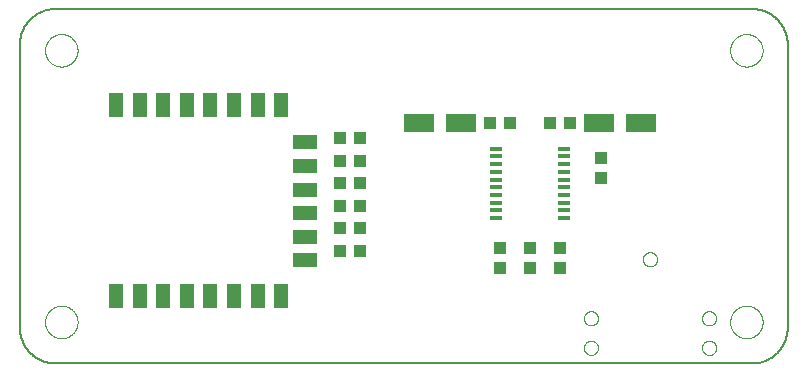
<source format=gtp>
G75*
%MOIN*%
%OFA0B0*%
%FSLAX25Y25*%
%IPPOS*%
%LPD*%
%AMOC8*
5,1,8,0,0,1.08239X$1,22.5*
%
%ADD10C,0.00500*%
%ADD11C,0.00000*%
%ADD12R,0.03900X0.01200*%
%ADD13R,0.04724X0.07874*%
%ADD14R,0.07874X0.04724*%
%ADD15R,0.03937X0.04331*%
%ADD16R,0.04331X0.03937*%
%ADD17R,0.10236X0.06299*%
D10*
X0016811Y0011991D02*
X0249094Y0011991D01*
X0249379Y0011994D01*
X0249665Y0012005D01*
X0249950Y0012022D01*
X0250234Y0012046D01*
X0250518Y0012077D01*
X0250801Y0012115D01*
X0251082Y0012160D01*
X0251363Y0012211D01*
X0251643Y0012269D01*
X0251921Y0012334D01*
X0252197Y0012406D01*
X0252471Y0012484D01*
X0252744Y0012569D01*
X0253014Y0012661D01*
X0253282Y0012759D01*
X0253548Y0012863D01*
X0253811Y0012974D01*
X0254071Y0013091D01*
X0254329Y0013214D01*
X0254583Y0013344D01*
X0254834Y0013480D01*
X0255082Y0013621D01*
X0255326Y0013769D01*
X0255567Y0013922D01*
X0255803Y0014082D01*
X0256036Y0014247D01*
X0256265Y0014417D01*
X0256490Y0014593D01*
X0256710Y0014775D01*
X0256926Y0014961D01*
X0257137Y0015153D01*
X0257344Y0015350D01*
X0257546Y0015552D01*
X0257743Y0015759D01*
X0257935Y0015970D01*
X0258121Y0016186D01*
X0258303Y0016406D01*
X0258479Y0016631D01*
X0258649Y0016860D01*
X0258814Y0017093D01*
X0258974Y0017329D01*
X0259127Y0017570D01*
X0259275Y0017814D01*
X0259416Y0018062D01*
X0259552Y0018313D01*
X0259682Y0018567D01*
X0259805Y0018825D01*
X0259922Y0019085D01*
X0260033Y0019348D01*
X0260137Y0019614D01*
X0260235Y0019882D01*
X0260327Y0020152D01*
X0260412Y0020425D01*
X0260490Y0020699D01*
X0260562Y0020975D01*
X0260627Y0021253D01*
X0260685Y0021533D01*
X0260736Y0021814D01*
X0260781Y0022095D01*
X0260819Y0022378D01*
X0260850Y0022662D01*
X0260874Y0022946D01*
X0260891Y0023231D01*
X0260902Y0023517D01*
X0260905Y0023802D01*
X0260906Y0023802D02*
X0260906Y0118290D01*
X0260905Y0118290D02*
X0260902Y0118575D01*
X0260891Y0118861D01*
X0260874Y0119146D01*
X0260850Y0119430D01*
X0260819Y0119714D01*
X0260781Y0119997D01*
X0260736Y0120278D01*
X0260685Y0120559D01*
X0260627Y0120839D01*
X0260562Y0121117D01*
X0260490Y0121393D01*
X0260412Y0121667D01*
X0260327Y0121940D01*
X0260235Y0122210D01*
X0260137Y0122478D01*
X0260033Y0122744D01*
X0259922Y0123007D01*
X0259805Y0123267D01*
X0259682Y0123525D01*
X0259552Y0123779D01*
X0259416Y0124030D01*
X0259275Y0124278D01*
X0259127Y0124522D01*
X0258974Y0124763D01*
X0258814Y0124999D01*
X0258649Y0125232D01*
X0258479Y0125461D01*
X0258303Y0125686D01*
X0258121Y0125906D01*
X0257935Y0126122D01*
X0257743Y0126333D01*
X0257546Y0126540D01*
X0257344Y0126742D01*
X0257137Y0126939D01*
X0256926Y0127131D01*
X0256710Y0127317D01*
X0256490Y0127499D01*
X0256265Y0127675D01*
X0256036Y0127845D01*
X0255803Y0128010D01*
X0255567Y0128170D01*
X0255326Y0128323D01*
X0255082Y0128471D01*
X0254834Y0128612D01*
X0254583Y0128748D01*
X0254329Y0128878D01*
X0254071Y0129001D01*
X0253811Y0129118D01*
X0253548Y0129229D01*
X0253282Y0129333D01*
X0253014Y0129431D01*
X0252744Y0129523D01*
X0252471Y0129608D01*
X0252197Y0129686D01*
X0251921Y0129758D01*
X0251643Y0129823D01*
X0251363Y0129881D01*
X0251082Y0129932D01*
X0250801Y0129977D01*
X0250518Y0130015D01*
X0250234Y0130046D01*
X0249950Y0130070D01*
X0249665Y0130087D01*
X0249379Y0130098D01*
X0249094Y0130101D01*
X0016811Y0130101D01*
X0016526Y0130098D01*
X0016240Y0130087D01*
X0015955Y0130070D01*
X0015671Y0130046D01*
X0015387Y0130015D01*
X0015104Y0129977D01*
X0014823Y0129932D01*
X0014542Y0129881D01*
X0014262Y0129823D01*
X0013984Y0129758D01*
X0013708Y0129686D01*
X0013434Y0129608D01*
X0013161Y0129523D01*
X0012891Y0129431D01*
X0012623Y0129333D01*
X0012357Y0129229D01*
X0012094Y0129118D01*
X0011834Y0129001D01*
X0011576Y0128878D01*
X0011322Y0128748D01*
X0011071Y0128612D01*
X0010823Y0128471D01*
X0010579Y0128323D01*
X0010338Y0128170D01*
X0010102Y0128010D01*
X0009869Y0127845D01*
X0009640Y0127675D01*
X0009415Y0127499D01*
X0009195Y0127317D01*
X0008979Y0127131D01*
X0008768Y0126939D01*
X0008561Y0126742D01*
X0008359Y0126540D01*
X0008162Y0126333D01*
X0007970Y0126122D01*
X0007784Y0125906D01*
X0007602Y0125686D01*
X0007426Y0125461D01*
X0007256Y0125232D01*
X0007091Y0124999D01*
X0006931Y0124763D01*
X0006778Y0124522D01*
X0006630Y0124278D01*
X0006489Y0124030D01*
X0006353Y0123779D01*
X0006223Y0123525D01*
X0006100Y0123267D01*
X0005983Y0123007D01*
X0005872Y0122744D01*
X0005768Y0122478D01*
X0005670Y0122210D01*
X0005578Y0121940D01*
X0005493Y0121667D01*
X0005415Y0121393D01*
X0005343Y0121117D01*
X0005278Y0120839D01*
X0005220Y0120559D01*
X0005169Y0120278D01*
X0005124Y0119997D01*
X0005086Y0119714D01*
X0005055Y0119430D01*
X0005031Y0119146D01*
X0005014Y0118861D01*
X0005003Y0118575D01*
X0005000Y0118290D01*
X0005000Y0023802D01*
X0005003Y0023517D01*
X0005014Y0023231D01*
X0005031Y0022946D01*
X0005055Y0022662D01*
X0005086Y0022378D01*
X0005124Y0022095D01*
X0005169Y0021814D01*
X0005220Y0021533D01*
X0005278Y0021253D01*
X0005343Y0020975D01*
X0005415Y0020699D01*
X0005493Y0020425D01*
X0005578Y0020152D01*
X0005670Y0019882D01*
X0005768Y0019614D01*
X0005872Y0019348D01*
X0005983Y0019085D01*
X0006100Y0018825D01*
X0006223Y0018567D01*
X0006353Y0018313D01*
X0006489Y0018062D01*
X0006630Y0017814D01*
X0006778Y0017570D01*
X0006931Y0017329D01*
X0007091Y0017093D01*
X0007256Y0016860D01*
X0007426Y0016631D01*
X0007602Y0016406D01*
X0007784Y0016186D01*
X0007970Y0015970D01*
X0008162Y0015759D01*
X0008359Y0015552D01*
X0008561Y0015350D01*
X0008768Y0015153D01*
X0008979Y0014961D01*
X0009195Y0014775D01*
X0009415Y0014593D01*
X0009640Y0014417D01*
X0009869Y0014247D01*
X0010102Y0014082D01*
X0010338Y0013922D01*
X0010579Y0013769D01*
X0010823Y0013621D01*
X0011071Y0013480D01*
X0011322Y0013344D01*
X0011576Y0013214D01*
X0011834Y0013091D01*
X0012094Y0012974D01*
X0012357Y0012863D01*
X0012623Y0012759D01*
X0012891Y0012661D01*
X0013161Y0012569D01*
X0013434Y0012484D01*
X0013708Y0012406D01*
X0013984Y0012334D01*
X0014262Y0012269D01*
X0014542Y0012211D01*
X0014823Y0012160D01*
X0015104Y0012115D01*
X0015387Y0012077D01*
X0015671Y0012046D01*
X0015955Y0012022D01*
X0016240Y0012005D01*
X0016526Y0011994D01*
X0016811Y0011991D01*
D11*
X0013367Y0025770D02*
X0013369Y0025917D01*
X0013375Y0026063D01*
X0013385Y0026209D01*
X0013399Y0026355D01*
X0013417Y0026501D01*
X0013438Y0026646D01*
X0013464Y0026790D01*
X0013494Y0026934D01*
X0013527Y0027076D01*
X0013564Y0027218D01*
X0013605Y0027359D01*
X0013650Y0027498D01*
X0013699Y0027637D01*
X0013751Y0027774D01*
X0013808Y0027909D01*
X0013867Y0028043D01*
X0013931Y0028175D01*
X0013998Y0028305D01*
X0014068Y0028434D01*
X0014142Y0028561D01*
X0014219Y0028685D01*
X0014300Y0028808D01*
X0014384Y0028928D01*
X0014471Y0029046D01*
X0014561Y0029161D01*
X0014654Y0029274D01*
X0014751Y0029385D01*
X0014850Y0029493D01*
X0014952Y0029598D01*
X0015057Y0029700D01*
X0015165Y0029799D01*
X0015276Y0029896D01*
X0015389Y0029989D01*
X0015504Y0030079D01*
X0015622Y0030166D01*
X0015742Y0030250D01*
X0015865Y0030331D01*
X0015989Y0030408D01*
X0016116Y0030482D01*
X0016245Y0030552D01*
X0016375Y0030619D01*
X0016507Y0030683D01*
X0016641Y0030742D01*
X0016776Y0030799D01*
X0016913Y0030851D01*
X0017052Y0030900D01*
X0017191Y0030945D01*
X0017332Y0030986D01*
X0017474Y0031023D01*
X0017616Y0031056D01*
X0017760Y0031086D01*
X0017904Y0031112D01*
X0018049Y0031133D01*
X0018195Y0031151D01*
X0018341Y0031165D01*
X0018487Y0031175D01*
X0018633Y0031181D01*
X0018780Y0031183D01*
X0018927Y0031181D01*
X0019073Y0031175D01*
X0019219Y0031165D01*
X0019365Y0031151D01*
X0019511Y0031133D01*
X0019656Y0031112D01*
X0019800Y0031086D01*
X0019944Y0031056D01*
X0020086Y0031023D01*
X0020228Y0030986D01*
X0020369Y0030945D01*
X0020508Y0030900D01*
X0020647Y0030851D01*
X0020784Y0030799D01*
X0020919Y0030742D01*
X0021053Y0030683D01*
X0021185Y0030619D01*
X0021315Y0030552D01*
X0021444Y0030482D01*
X0021571Y0030408D01*
X0021695Y0030331D01*
X0021818Y0030250D01*
X0021938Y0030166D01*
X0022056Y0030079D01*
X0022171Y0029989D01*
X0022284Y0029896D01*
X0022395Y0029799D01*
X0022503Y0029700D01*
X0022608Y0029598D01*
X0022710Y0029493D01*
X0022809Y0029385D01*
X0022906Y0029274D01*
X0022999Y0029161D01*
X0023089Y0029046D01*
X0023176Y0028928D01*
X0023260Y0028808D01*
X0023341Y0028685D01*
X0023418Y0028561D01*
X0023492Y0028434D01*
X0023562Y0028305D01*
X0023629Y0028175D01*
X0023693Y0028043D01*
X0023752Y0027909D01*
X0023809Y0027774D01*
X0023861Y0027637D01*
X0023910Y0027498D01*
X0023955Y0027359D01*
X0023996Y0027218D01*
X0024033Y0027076D01*
X0024066Y0026934D01*
X0024096Y0026790D01*
X0024122Y0026646D01*
X0024143Y0026501D01*
X0024161Y0026355D01*
X0024175Y0026209D01*
X0024185Y0026063D01*
X0024191Y0025917D01*
X0024193Y0025770D01*
X0024191Y0025623D01*
X0024185Y0025477D01*
X0024175Y0025331D01*
X0024161Y0025185D01*
X0024143Y0025039D01*
X0024122Y0024894D01*
X0024096Y0024750D01*
X0024066Y0024606D01*
X0024033Y0024464D01*
X0023996Y0024322D01*
X0023955Y0024181D01*
X0023910Y0024042D01*
X0023861Y0023903D01*
X0023809Y0023766D01*
X0023752Y0023631D01*
X0023693Y0023497D01*
X0023629Y0023365D01*
X0023562Y0023235D01*
X0023492Y0023106D01*
X0023418Y0022979D01*
X0023341Y0022855D01*
X0023260Y0022732D01*
X0023176Y0022612D01*
X0023089Y0022494D01*
X0022999Y0022379D01*
X0022906Y0022266D01*
X0022809Y0022155D01*
X0022710Y0022047D01*
X0022608Y0021942D01*
X0022503Y0021840D01*
X0022395Y0021741D01*
X0022284Y0021644D01*
X0022171Y0021551D01*
X0022056Y0021461D01*
X0021938Y0021374D01*
X0021818Y0021290D01*
X0021695Y0021209D01*
X0021571Y0021132D01*
X0021444Y0021058D01*
X0021315Y0020988D01*
X0021185Y0020921D01*
X0021053Y0020857D01*
X0020919Y0020798D01*
X0020784Y0020741D01*
X0020647Y0020689D01*
X0020508Y0020640D01*
X0020369Y0020595D01*
X0020228Y0020554D01*
X0020086Y0020517D01*
X0019944Y0020484D01*
X0019800Y0020454D01*
X0019656Y0020428D01*
X0019511Y0020407D01*
X0019365Y0020389D01*
X0019219Y0020375D01*
X0019073Y0020365D01*
X0018927Y0020359D01*
X0018780Y0020357D01*
X0018633Y0020359D01*
X0018487Y0020365D01*
X0018341Y0020375D01*
X0018195Y0020389D01*
X0018049Y0020407D01*
X0017904Y0020428D01*
X0017760Y0020454D01*
X0017616Y0020484D01*
X0017474Y0020517D01*
X0017332Y0020554D01*
X0017191Y0020595D01*
X0017052Y0020640D01*
X0016913Y0020689D01*
X0016776Y0020741D01*
X0016641Y0020798D01*
X0016507Y0020857D01*
X0016375Y0020921D01*
X0016245Y0020988D01*
X0016116Y0021058D01*
X0015989Y0021132D01*
X0015865Y0021209D01*
X0015742Y0021290D01*
X0015622Y0021374D01*
X0015504Y0021461D01*
X0015389Y0021551D01*
X0015276Y0021644D01*
X0015165Y0021741D01*
X0015057Y0021840D01*
X0014952Y0021942D01*
X0014850Y0022047D01*
X0014751Y0022155D01*
X0014654Y0022266D01*
X0014561Y0022379D01*
X0014471Y0022494D01*
X0014384Y0022612D01*
X0014300Y0022732D01*
X0014219Y0022855D01*
X0014142Y0022979D01*
X0014068Y0023106D01*
X0013998Y0023235D01*
X0013931Y0023365D01*
X0013867Y0023497D01*
X0013808Y0023631D01*
X0013751Y0023766D01*
X0013699Y0023903D01*
X0013650Y0024042D01*
X0013605Y0024181D01*
X0013564Y0024322D01*
X0013527Y0024464D01*
X0013494Y0024606D01*
X0013464Y0024750D01*
X0013438Y0024894D01*
X0013417Y0025039D01*
X0013399Y0025185D01*
X0013385Y0025331D01*
X0013375Y0025477D01*
X0013369Y0025623D01*
X0013367Y0025770D01*
X0013367Y0116321D02*
X0013369Y0116468D01*
X0013375Y0116614D01*
X0013385Y0116760D01*
X0013399Y0116906D01*
X0013417Y0117052D01*
X0013438Y0117197D01*
X0013464Y0117341D01*
X0013494Y0117485D01*
X0013527Y0117627D01*
X0013564Y0117769D01*
X0013605Y0117910D01*
X0013650Y0118049D01*
X0013699Y0118188D01*
X0013751Y0118325D01*
X0013808Y0118460D01*
X0013867Y0118594D01*
X0013931Y0118726D01*
X0013998Y0118856D01*
X0014068Y0118985D01*
X0014142Y0119112D01*
X0014219Y0119236D01*
X0014300Y0119359D01*
X0014384Y0119479D01*
X0014471Y0119597D01*
X0014561Y0119712D01*
X0014654Y0119825D01*
X0014751Y0119936D01*
X0014850Y0120044D01*
X0014952Y0120149D01*
X0015057Y0120251D01*
X0015165Y0120350D01*
X0015276Y0120447D01*
X0015389Y0120540D01*
X0015504Y0120630D01*
X0015622Y0120717D01*
X0015742Y0120801D01*
X0015865Y0120882D01*
X0015989Y0120959D01*
X0016116Y0121033D01*
X0016245Y0121103D01*
X0016375Y0121170D01*
X0016507Y0121234D01*
X0016641Y0121293D01*
X0016776Y0121350D01*
X0016913Y0121402D01*
X0017052Y0121451D01*
X0017191Y0121496D01*
X0017332Y0121537D01*
X0017474Y0121574D01*
X0017616Y0121607D01*
X0017760Y0121637D01*
X0017904Y0121663D01*
X0018049Y0121684D01*
X0018195Y0121702D01*
X0018341Y0121716D01*
X0018487Y0121726D01*
X0018633Y0121732D01*
X0018780Y0121734D01*
X0018927Y0121732D01*
X0019073Y0121726D01*
X0019219Y0121716D01*
X0019365Y0121702D01*
X0019511Y0121684D01*
X0019656Y0121663D01*
X0019800Y0121637D01*
X0019944Y0121607D01*
X0020086Y0121574D01*
X0020228Y0121537D01*
X0020369Y0121496D01*
X0020508Y0121451D01*
X0020647Y0121402D01*
X0020784Y0121350D01*
X0020919Y0121293D01*
X0021053Y0121234D01*
X0021185Y0121170D01*
X0021315Y0121103D01*
X0021444Y0121033D01*
X0021571Y0120959D01*
X0021695Y0120882D01*
X0021818Y0120801D01*
X0021938Y0120717D01*
X0022056Y0120630D01*
X0022171Y0120540D01*
X0022284Y0120447D01*
X0022395Y0120350D01*
X0022503Y0120251D01*
X0022608Y0120149D01*
X0022710Y0120044D01*
X0022809Y0119936D01*
X0022906Y0119825D01*
X0022999Y0119712D01*
X0023089Y0119597D01*
X0023176Y0119479D01*
X0023260Y0119359D01*
X0023341Y0119236D01*
X0023418Y0119112D01*
X0023492Y0118985D01*
X0023562Y0118856D01*
X0023629Y0118726D01*
X0023693Y0118594D01*
X0023752Y0118460D01*
X0023809Y0118325D01*
X0023861Y0118188D01*
X0023910Y0118049D01*
X0023955Y0117910D01*
X0023996Y0117769D01*
X0024033Y0117627D01*
X0024066Y0117485D01*
X0024096Y0117341D01*
X0024122Y0117197D01*
X0024143Y0117052D01*
X0024161Y0116906D01*
X0024175Y0116760D01*
X0024185Y0116614D01*
X0024191Y0116468D01*
X0024193Y0116321D01*
X0024191Y0116174D01*
X0024185Y0116028D01*
X0024175Y0115882D01*
X0024161Y0115736D01*
X0024143Y0115590D01*
X0024122Y0115445D01*
X0024096Y0115301D01*
X0024066Y0115157D01*
X0024033Y0115015D01*
X0023996Y0114873D01*
X0023955Y0114732D01*
X0023910Y0114593D01*
X0023861Y0114454D01*
X0023809Y0114317D01*
X0023752Y0114182D01*
X0023693Y0114048D01*
X0023629Y0113916D01*
X0023562Y0113786D01*
X0023492Y0113657D01*
X0023418Y0113530D01*
X0023341Y0113406D01*
X0023260Y0113283D01*
X0023176Y0113163D01*
X0023089Y0113045D01*
X0022999Y0112930D01*
X0022906Y0112817D01*
X0022809Y0112706D01*
X0022710Y0112598D01*
X0022608Y0112493D01*
X0022503Y0112391D01*
X0022395Y0112292D01*
X0022284Y0112195D01*
X0022171Y0112102D01*
X0022056Y0112012D01*
X0021938Y0111925D01*
X0021818Y0111841D01*
X0021695Y0111760D01*
X0021571Y0111683D01*
X0021444Y0111609D01*
X0021315Y0111539D01*
X0021185Y0111472D01*
X0021053Y0111408D01*
X0020919Y0111349D01*
X0020784Y0111292D01*
X0020647Y0111240D01*
X0020508Y0111191D01*
X0020369Y0111146D01*
X0020228Y0111105D01*
X0020086Y0111068D01*
X0019944Y0111035D01*
X0019800Y0111005D01*
X0019656Y0110979D01*
X0019511Y0110958D01*
X0019365Y0110940D01*
X0019219Y0110926D01*
X0019073Y0110916D01*
X0018927Y0110910D01*
X0018780Y0110908D01*
X0018633Y0110910D01*
X0018487Y0110916D01*
X0018341Y0110926D01*
X0018195Y0110940D01*
X0018049Y0110958D01*
X0017904Y0110979D01*
X0017760Y0111005D01*
X0017616Y0111035D01*
X0017474Y0111068D01*
X0017332Y0111105D01*
X0017191Y0111146D01*
X0017052Y0111191D01*
X0016913Y0111240D01*
X0016776Y0111292D01*
X0016641Y0111349D01*
X0016507Y0111408D01*
X0016375Y0111472D01*
X0016245Y0111539D01*
X0016116Y0111609D01*
X0015989Y0111683D01*
X0015865Y0111760D01*
X0015742Y0111841D01*
X0015622Y0111925D01*
X0015504Y0112012D01*
X0015389Y0112102D01*
X0015276Y0112195D01*
X0015165Y0112292D01*
X0015057Y0112391D01*
X0014952Y0112493D01*
X0014850Y0112598D01*
X0014751Y0112706D01*
X0014654Y0112817D01*
X0014561Y0112930D01*
X0014471Y0113045D01*
X0014384Y0113163D01*
X0014300Y0113283D01*
X0014219Y0113406D01*
X0014142Y0113530D01*
X0014068Y0113657D01*
X0013998Y0113786D01*
X0013931Y0113916D01*
X0013867Y0114048D01*
X0013808Y0114182D01*
X0013751Y0114317D01*
X0013699Y0114454D01*
X0013650Y0114593D01*
X0013605Y0114732D01*
X0013564Y0114873D01*
X0013527Y0115015D01*
X0013494Y0115157D01*
X0013464Y0115301D01*
X0013438Y0115445D01*
X0013417Y0115590D01*
X0013399Y0115736D01*
X0013385Y0115882D01*
X0013375Y0116028D01*
X0013369Y0116174D01*
X0013367Y0116321D01*
X0192953Y0026991D02*
X0192955Y0027088D01*
X0192961Y0027185D01*
X0192971Y0027281D01*
X0192985Y0027377D01*
X0193003Y0027473D01*
X0193024Y0027567D01*
X0193050Y0027661D01*
X0193079Y0027753D01*
X0193113Y0027844D01*
X0193149Y0027934D01*
X0193190Y0028022D01*
X0193234Y0028108D01*
X0193282Y0028193D01*
X0193333Y0028275D01*
X0193387Y0028356D01*
X0193445Y0028434D01*
X0193506Y0028509D01*
X0193569Y0028582D01*
X0193636Y0028653D01*
X0193706Y0028720D01*
X0193778Y0028785D01*
X0193853Y0028846D01*
X0193931Y0028905D01*
X0194010Y0028960D01*
X0194092Y0029012D01*
X0194176Y0029060D01*
X0194262Y0029105D01*
X0194350Y0029147D01*
X0194439Y0029185D01*
X0194530Y0029219D01*
X0194622Y0029249D01*
X0194715Y0029276D01*
X0194810Y0029298D01*
X0194905Y0029317D01*
X0195001Y0029332D01*
X0195097Y0029343D01*
X0195194Y0029350D01*
X0195291Y0029353D01*
X0195388Y0029352D01*
X0195485Y0029347D01*
X0195581Y0029338D01*
X0195677Y0029325D01*
X0195773Y0029308D01*
X0195868Y0029287D01*
X0195961Y0029263D01*
X0196054Y0029234D01*
X0196146Y0029202D01*
X0196236Y0029166D01*
X0196324Y0029127D01*
X0196411Y0029083D01*
X0196496Y0029037D01*
X0196579Y0028986D01*
X0196660Y0028933D01*
X0196738Y0028876D01*
X0196815Y0028816D01*
X0196888Y0028753D01*
X0196959Y0028687D01*
X0197027Y0028618D01*
X0197093Y0028546D01*
X0197155Y0028472D01*
X0197214Y0028395D01*
X0197270Y0028316D01*
X0197323Y0028234D01*
X0197373Y0028151D01*
X0197418Y0028065D01*
X0197461Y0027978D01*
X0197500Y0027889D01*
X0197535Y0027799D01*
X0197566Y0027707D01*
X0197593Y0027614D01*
X0197617Y0027520D01*
X0197637Y0027425D01*
X0197653Y0027329D01*
X0197665Y0027233D01*
X0197673Y0027136D01*
X0197677Y0027039D01*
X0197677Y0026943D01*
X0197673Y0026846D01*
X0197665Y0026749D01*
X0197653Y0026653D01*
X0197637Y0026557D01*
X0197617Y0026462D01*
X0197593Y0026368D01*
X0197566Y0026275D01*
X0197535Y0026183D01*
X0197500Y0026093D01*
X0197461Y0026004D01*
X0197418Y0025917D01*
X0197373Y0025831D01*
X0197323Y0025748D01*
X0197270Y0025666D01*
X0197214Y0025587D01*
X0197155Y0025510D01*
X0197093Y0025436D01*
X0197027Y0025364D01*
X0196959Y0025295D01*
X0196888Y0025229D01*
X0196815Y0025166D01*
X0196738Y0025106D01*
X0196660Y0025049D01*
X0196579Y0024996D01*
X0196496Y0024945D01*
X0196411Y0024899D01*
X0196324Y0024855D01*
X0196236Y0024816D01*
X0196146Y0024780D01*
X0196054Y0024748D01*
X0195961Y0024719D01*
X0195868Y0024695D01*
X0195773Y0024674D01*
X0195677Y0024657D01*
X0195581Y0024644D01*
X0195485Y0024635D01*
X0195388Y0024630D01*
X0195291Y0024629D01*
X0195194Y0024632D01*
X0195097Y0024639D01*
X0195001Y0024650D01*
X0194905Y0024665D01*
X0194810Y0024684D01*
X0194715Y0024706D01*
X0194622Y0024733D01*
X0194530Y0024763D01*
X0194439Y0024797D01*
X0194350Y0024835D01*
X0194262Y0024877D01*
X0194176Y0024922D01*
X0194092Y0024970D01*
X0194010Y0025022D01*
X0193931Y0025077D01*
X0193853Y0025136D01*
X0193778Y0025197D01*
X0193706Y0025262D01*
X0193636Y0025329D01*
X0193569Y0025400D01*
X0193506Y0025473D01*
X0193445Y0025548D01*
X0193387Y0025626D01*
X0193333Y0025707D01*
X0193282Y0025789D01*
X0193234Y0025874D01*
X0193190Y0025960D01*
X0193149Y0026048D01*
X0193113Y0026138D01*
X0193079Y0026229D01*
X0193050Y0026321D01*
X0193024Y0026415D01*
X0193003Y0026509D01*
X0192985Y0026605D01*
X0192971Y0026701D01*
X0192961Y0026797D01*
X0192955Y0026894D01*
X0192953Y0026991D01*
X0192953Y0017148D02*
X0192955Y0017245D01*
X0192961Y0017342D01*
X0192971Y0017438D01*
X0192985Y0017534D01*
X0193003Y0017630D01*
X0193024Y0017724D01*
X0193050Y0017818D01*
X0193079Y0017910D01*
X0193113Y0018001D01*
X0193149Y0018091D01*
X0193190Y0018179D01*
X0193234Y0018265D01*
X0193282Y0018350D01*
X0193333Y0018432D01*
X0193387Y0018513D01*
X0193445Y0018591D01*
X0193506Y0018666D01*
X0193569Y0018739D01*
X0193636Y0018810D01*
X0193706Y0018877D01*
X0193778Y0018942D01*
X0193853Y0019003D01*
X0193931Y0019062D01*
X0194010Y0019117D01*
X0194092Y0019169D01*
X0194176Y0019217D01*
X0194262Y0019262D01*
X0194350Y0019304D01*
X0194439Y0019342D01*
X0194530Y0019376D01*
X0194622Y0019406D01*
X0194715Y0019433D01*
X0194810Y0019455D01*
X0194905Y0019474D01*
X0195001Y0019489D01*
X0195097Y0019500D01*
X0195194Y0019507D01*
X0195291Y0019510D01*
X0195388Y0019509D01*
X0195485Y0019504D01*
X0195581Y0019495D01*
X0195677Y0019482D01*
X0195773Y0019465D01*
X0195868Y0019444D01*
X0195961Y0019420D01*
X0196054Y0019391D01*
X0196146Y0019359D01*
X0196236Y0019323D01*
X0196324Y0019284D01*
X0196411Y0019240D01*
X0196496Y0019194D01*
X0196579Y0019143D01*
X0196660Y0019090D01*
X0196738Y0019033D01*
X0196815Y0018973D01*
X0196888Y0018910D01*
X0196959Y0018844D01*
X0197027Y0018775D01*
X0197093Y0018703D01*
X0197155Y0018629D01*
X0197214Y0018552D01*
X0197270Y0018473D01*
X0197323Y0018391D01*
X0197373Y0018308D01*
X0197418Y0018222D01*
X0197461Y0018135D01*
X0197500Y0018046D01*
X0197535Y0017956D01*
X0197566Y0017864D01*
X0197593Y0017771D01*
X0197617Y0017677D01*
X0197637Y0017582D01*
X0197653Y0017486D01*
X0197665Y0017390D01*
X0197673Y0017293D01*
X0197677Y0017196D01*
X0197677Y0017100D01*
X0197673Y0017003D01*
X0197665Y0016906D01*
X0197653Y0016810D01*
X0197637Y0016714D01*
X0197617Y0016619D01*
X0197593Y0016525D01*
X0197566Y0016432D01*
X0197535Y0016340D01*
X0197500Y0016250D01*
X0197461Y0016161D01*
X0197418Y0016074D01*
X0197373Y0015988D01*
X0197323Y0015905D01*
X0197270Y0015823D01*
X0197214Y0015744D01*
X0197155Y0015667D01*
X0197093Y0015593D01*
X0197027Y0015521D01*
X0196959Y0015452D01*
X0196888Y0015386D01*
X0196815Y0015323D01*
X0196738Y0015263D01*
X0196660Y0015206D01*
X0196579Y0015153D01*
X0196496Y0015102D01*
X0196411Y0015056D01*
X0196324Y0015012D01*
X0196236Y0014973D01*
X0196146Y0014937D01*
X0196054Y0014905D01*
X0195961Y0014876D01*
X0195868Y0014852D01*
X0195773Y0014831D01*
X0195677Y0014814D01*
X0195581Y0014801D01*
X0195485Y0014792D01*
X0195388Y0014787D01*
X0195291Y0014786D01*
X0195194Y0014789D01*
X0195097Y0014796D01*
X0195001Y0014807D01*
X0194905Y0014822D01*
X0194810Y0014841D01*
X0194715Y0014863D01*
X0194622Y0014890D01*
X0194530Y0014920D01*
X0194439Y0014954D01*
X0194350Y0014992D01*
X0194262Y0015034D01*
X0194176Y0015079D01*
X0194092Y0015127D01*
X0194010Y0015179D01*
X0193931Y0015234D01*
X0193853Y0015293D01*
X0193778Y0015354D01*
X0193706Y0015419D01*
X0193636Y0015486D01*
X0193569Y0015557D01*
X0193506Y0015630D01*
X0193445Y0015705D01*
X0193387Y0015783D01*
X0193333Y0015864D01*
X0193282Y0015946D01*
X0193234Y0016031D01*
X0193190Y0016117D01*
X0193149Y0016205D01*
X0193113Y0016295D01*
X0193079Y0016386D01*
X0193050Y0016478D01*
X0193024Y0016572D01*
X0193003Y0016666D01*
X0192985Y0016762D01*
X0192971Y0016858D01*
X0192961Y0016954D01*
X0192955Y0017051D01*
X0192953Y0017148D01*
X0232323Y0017148D02*
X0232325Y0017245D01*
X0232331Y0017342D01*
X0232341Y0017438D01*
X0232355Y0017534D01*
X0232373Y0017630D01*
X0232394Y0017724D01*
X0232420Y0017818D01*
X0232449Y0017910D01*
X0232483Y0018001D01*
X0232519Y0018091D01*
X0232560Y0018179D01*
X0232604Y0018265D01*
X0232652Y0018350D01*
X0232703Y0018432D01*
X0232757Y0018513D01*
X0232815Y0018591D01*
X0232876Y0018666D01*
X0232939Y0018739D01*
X0233006Y0018810D01*
X0233076Y0018877D01*
X0233148Y0018942D01*
X0233223Y0019003D01*
X0233301Y0019062D01*
X0233380Y0019117D01*
X0233462Y0019169D01*
X0233546Y0019217D01*
X0233632Y0019262D01*
X0233720Y0019304D01*
X0233809Y0019342D01*
X0233900Y0019376D01*
X0233992Y0019406D01*
X0234085Y0019433D01*
X0234180Y0019455D01*
X0234275Y0019474D01*
X0234371Y0019489D01*
X0234467Y0019500D01*
X0234564Y0019507D01*
X0234661Y0019510D01*
X0234758Y0019509D01*
X0234855Y0019504D01*
X0234951Y0019495D01*
X0235047Y0019482D01*
X0235143Y0019465D01*
X0235238Y0019444D01*
X0235331Y0019420D01*
X0235424Y0019391D01*
X0235516Y0019359D01*
X0235606Y0019323D01*
X0235694Y0019284D01*
X0235781Y0019240D01*
X0235866Y0019194D01*
X0235949Y0019143D01*
X0236030Y0019090D01*
X0236108Y0019033D01*
X0236185Y0018973D01*
X0236258Y0018910D01*
X0236329Y0018844D01*
X0236397Y0018775D01*
X0236463Y0018703D01*
X0236525Y0018629D01*
X0236584Y0018552D01*
X0236640Y0018473D01*
X0236693Y0018391D01*
X0236743Y0018308D01*
X0236788Y0018222D01*
X0236831Y0018135D01*
X0236870Y0018046D01*
X0236905Y0017956D01*
X0236936Y0017864D01*
X0236963Y0017771D01*
X0236987Y0017677D01*
X0237007Y0017582D01*
X0237023Y0017486D01*
X0237035Y0017390D01*
X0237043Y0017293D01*
X0237047Y0017196D01*
X0237047Y0017100D01*
X0237043Y0017003D01*
X0237035Y0016906D01*
X0237023Y0016810D01*
X0237007Y0016714D01*
X0236987Y0016619D01*
X0236963Y0016525D01*
X0236936Y0016432D01*
X0236905Y0016340D01*
X0236870Y0016250D01*
X0236831Y0016161D01*
X0236788Y0016074D01*
X0236743Y0015988D01*
X0236693Y0015905D01*
X0236640Y0015823D01*
X0236584Y0015744D01*
X0236525Y0015667D01*
X0236463Y0015593D01*
X0236397Y0015521D01*
X0236329Y0015452D01*
X0236258Y0015386D01*
X0236185Y0015323D01*
X0236108Y0015263D01*
X0236030Y0015206D01*
X0235949Y0015153D01*
X0235866Y0015102D01*
X0235781Y0015056D01*
X0235694Y0015012D01*
X0235606Y0014973D01*
X0235516Y0014937D01*
X0235424Y0014905D01*
X0235331Y0014876D01*
X0235238Y0014852D01*
X0235143Y0014831D01*
X0235047Y0014814D01*
X0234951Y0014801D01*
X0234855Y0014792D01*
X0234758Y0014787D01*
X0234661Y0014786D01*
X0234564Y0014789D01*
X0234467Y0014796D01*
X0234371Y0014807D01*
X0234275Y0014822D01*
X0234180Y0014841D01*
X0234085Y0014863D01*
X0233992Y0014890D01*
X0233900Y0014920D01*
X0233809Y0014954D01*
X0233720Y0014992D01*
X0233632Y0015034D01*
X0233546Y0015079D01*
X0233462Y0015127D01*
X0233380Y0015179D01*
X0233301Y0015234D01*
X0233223Y0015293D01*
X0233148Y0015354D01*
X0233076Y0015419D01*
X0233006Y0015486D01*
X0232939Y0015557D01*
X0232876Y0015630D01*
X0232815Y0015705D01*
X0232757Y0015783D01*
X0232703Y0015864D01*
X0232652Y0015946D01*
X0232604Y0016031D01*
X0232560Y0016117D01*
X0232519Y0016205D01*
X0232483Y0016295D01*
X0232449Y0016386D01*
X0232420Y0016478D01*
X0232394Y0016572D01*
X0232373Y0016666D01*
X0232355Y0016762D01*
X0232341Y0016858D01*
X0232331Y0016954D01*
X0232325Y0017051D01*
X0232323Y0017148D01*
X0241713Y0025770D02*
X0241715Y0025917D01*
X0241721Y0026063D01*
X0241731Y0026209D01*
X0241745Y0026355D01*
X0241763Y0026501D01*
X0241784Y0026646D01*
X0241810Y0026790D01*
X0241840Y0026934D01*
X0241873Y0027076D01*
X0241910Y0027218D01*
X0241951Y0027359D01*
X0241996Y0027498D01*
X0242045Y0027637D01*
X0242097Y0027774D01*
X0242154Y0027909D01*
X0242213Y0028043D01*
X0242277Y0028175D01*
X0242344Y0028305D01*
X0242414Y0028434D01*
X0242488Y0028561D01*
X0242565Y0028685D01*
X0242646Y0028808D01*
X0242730Y0028928D01*
X0242817Y0029046D01*
X0242907Y0029161D01*
X0243000Y0029274D01*
X0243097Y0029385D01*
X0243196Y0029493D01*
X0243298Y0029598D01*
X0243403Y0029700D01*
X0243511Y0029799D01*
X0243622Y0029896D01*
X0243735Y0029989D01*
X0243850Y0030079D01*
X0243968Y0030166D01*
X0244088Y0030250D01*
X0244211Y0030331D01*
X0244335Y0030408D01*
X0244462Y0030482D01*
X0244591Y0030552D01*
X0244721Y0030619D01*
X0244853Y0030683D01*
X0244987Y0030742D01*
X0245122Y0030799D01*
X0245259Y0030851D01*
X0245398Y0030900D01*
X0245537Y0030945D01*
X0245678Y0030986D01*
X0245820Y0031023D01*
X0245962Y0031056D01*
X0246106Y0031086D01*
X0246250Y0031112D01*
X0246395Y0031133D01*
X0246541Y0031151D01*
X0246687Y0031165D01*
X0246833Y0031175D01*
X0246979Y0031181D01*
X0247126Y0031183D01*
X0247273Y0031181D01*
X0247419Y0031175D01*
X0247565Y0031165D01*
X0247711Y0031151D01*
X0247857Y0031133D01*
X0248002Y0031112D01*
X0248146Y0031086D01*
X0248290Y0031056D01*
X0248432Y0031023D01*
X0248574Y0030986D01*
X0248715Y0030945D01*
X0248854Y0030900D01*
X0248993Y0030851D01*
X0249130Y0030799D01*
X0249265Y0030742D01*
X0249399Y0030683D01*
X0249531Y0030619D01*
X0249661Y0030552D01*
X0249790Y0030482D01*
X0249917Y0030408D01*
X0250041Y0030331D01*
X0250164Y0030250D01*
X0250284Y0030166D01*
X0250402Y0030079D01*
X0250517Y0029989D01*
X0250630Y0029896D01*
X0250741Y0029799D01*
X0250849Y0029700D01*
X0250954Y0029598D01*
X0251056Y0029493D01*
X0251155Y0029385D01*
X0251252Y0029274D01*
X0251345Y0029161D01*
X0251435Y0029046D01*
X0251522Y0028928D01*
X0251606Y0028808D01*
X0251687Y0028685D01*
X0251764Y0028561D01*
X0251838Y0028434D01*
X0251908Y0028305D01*
X0251975Y0028175D01*
X0252039Y0028043D01*
X0252098Y0027909D01*
X0252155Y0027774D01*
X0252207Y0027637D01*
X0252256Y0027498D01*
X0252301Y0027359D01*
X0252342Y0027218D01*
X0252379Y0027076D01*
X0252412Y0026934D01*
X0252442Y0026790D01*
X0252468Y0026646D01*
X0252489Y0026501D01*
X0252507Y0026355D01*
X0252521Y0026209D01*
X0252531Y0026063D01*
X0252537Y0025917D01*
X0252539Y0025770D01*
X0252537Y0025623D01*
X0252531Y0025477D01*
X0252521Y0025331D01*
X0252507Y0025185D01*
X0252489Y0025039D01*
X0252468Y0024894D01*
X0252442Y0024750D01*
X0252412Y0024606D01*
X0252379Y0024464D01*
X0252342Y0024322D01*
X0252301Y0024181D01*
X0252256Y0024042D01*
X0252207Y0023903D01*
X0252155Y0023766D01*
X0252098Y0023631D01*
X0252039Y0023497D01*
X0251975Y0023365D01*
X0251908Y0023235D01*
X0251838Y0023106D01*
X0251764Y0022979D01*
X0251687Y0022855D01*
X0251606Y0022732D01*
X0251522Y0022612D01*
X0251435Y0022494D01*
X0251345Y0022379D01*
X0251252Y0022266D01*
X0251155Y0022155D01*
X0251056Y0022047D01*
X0250954Y0021942D01*
X0250849Y0021840D01*
X0250741Y0021741D01*
X0250630Y0021644D01*
X0250517Y0021551D01*
X0250402Y0021461D01*
X0250284Y0021374D01*
X0250164Y0021290D01*
X0250041Y0021209D01*
X0249917Y0021132D01*
X0249790Y0021058D01*
X0249661Y0020988D01*
X0249531Y0020921D01*
X0249399Y0020857D01*
X0249265Y0020798D01*
X0249130Y0020741D01*
X0248993Y0020689D01*
X0248854Y0020640D01*
X0248715Y0020595D01*
X0248574Y0020554D01*
X0248432Y0020517D01*
X0248290Y0020484D01*
X0248146Y0020454D01*
X0248002Y0020428D01*
X0247857Y0020407D01*
X0247711Y0020389D01*
X0247565Y0020375D01*
X0247419Y0020365D01*
X0247273Y0020359D01*
X0247126Y0020357D01*
X0246979Y0020359D01*
X0246833Y0020365D01*
X0246687Y0020375D01*
X0246541Y0020389D01*
X0246395Y0020407D01*
X0246250Y0020428D01*
X0246106Y0020454D01*
X0245962Y0020484D01*
X0245820Y0020517D01*
X0245678Y0020554D01*
X0245537Y0020595D01*
X0245398Y0020640D01*
X0245259Y0020689D01*
X0245122Y0020741D01*
X0244987Y0020798D01*
X0244853Y0020857D01*
X0244721Y0020921D01*
X0244591Y0020988D01*
X0244462Y0021058D01*
X0244335Y0021132D01*
X0244211Y0021209D01*
X0244088Y0021290D01*
X0243968Y0021374D01*
X0243850Y0021461D01*
X0243735Y0021551D01*
X0243622Y0021644D01*
X0243511Y0021741D01*
X0243403Y0021840D01*
X0243298Y0021942D01*
X0243196Y0022047D01*
X0243097Y0022155D01*
X0243000Y0022266D01*
X0242907Y0022379D01*
X0242817Y0022494D01*
X0242730Y0022612D01*
X0242646Y0022732D01*
X0242565Y0022855D01*
X0242488Y0022979D01*
X0242414Y0023106D01*
X0242344Y0023235D01*
X0242277Y0023365D01*
X0242213Y0023497D01*
X0242154Y0023631D01*
X0242097Y0023766D01*
X0242045Y0023903D01*
X0241996Y0024042D01*
X0241951Y0024181D01*
X0241910Y0024322D01*
X0241873Y0024464D01*
X0241840Y0024606D01*
X0241810Y0024750D01*
X0241784Y0024894D01*
X0241763Y0025039D01*
X0241745Y0025185D01*
X0241731Y0025331D01*
X0241721Y0025477D01*
X0241715Y0025623D01*
X0241713Y0025770D01*
X0232323Y0026991D02*
X0232325Y0027088D01*
X0232331Y0027185D01*
X0232341Y0027281D01*
X0232355Y0027377D01*
X0232373Y0027473D01*
X0232394Y0027567D01*
X0232420Y0027661D01*
X0232449Y0027753D01*
X0232483Y0027844D01*
X0232519Y0027934D01*
X0232560Y0028022D01*
X0232604Y0028108D01*
X0232652Y0028193D01*
X0232703Y0028275D01*
X0232757Y0028356D01*
X0232815Y0028434D01*
X0232876Y0028509D01*
X0232939Y0028582D01*
X0233006Y0028653D01*
X0233076Y0028720D01*
X0233148Y0028785D01*
X0233223Y0028846D01*
X0233301Y0028905D01*
X0233380Y0028960D01*
X0233462Y0029012D01*
X0233546Y0029060D01*
X0233632Y0029105D01*
X0233720Y0029147D01*
X0233809Y0029185D01*
X0233900Y0029219D01*
X0233992Y0029249D01*
X0234085Y0029276D01*
X0234180Y0029298D01*
X0234275Y0029317D01*
X0234371Y0029332D01*
X0234467Y0029343D01*
X0234564Y0029350D01*
X0234661Y0029353D01*
X0234758Y0029352D01*
X0234855Y0029347D01*
X0234951Y0029338D01*
X0235047Y0029325D01*
X0235143Y0029308D01*
X0235238Y0029287D01*
X0235331Y0029263D01*
X0235424Y0029234D01*
X0235516Y0029202D01*
X0235606Y0029166D01*
X0235694Y0029127D01*
X0235781Y0029083D01*
X0235866Y0029037D01*
X0235949Y0028986D01*
X0236030Y0028933D01*
X0236108Y0028876D01*
X0236185Y0028816D01*
X0236258Y0028753D01*
X0236329Y0028687D01*
X0236397Y0028618D01*
X0236463Y0028546D01*
X0236525Y0028472D01*
X0236584Y0028395D01*
X0236640Y0028316D01*
X0236693Y0028234D01*
X0236743Y0028151D01*
X0236788Y0028065D01*
X0236831Y0027978D01*
X0236870Y0027889D01*
X0236905Y0027799D01*
X0236936Y0027707D01*
X0236963Y0027614D01*
X0236987Y0027520D01*
X0237007Y0027425D01*
X0237023Y0027329D01*
X0237035Y0027233D01*
X0237043Y0027136D01*
X0237047Y0027039D01*
X0237047Y0026943D01*
X0237043Y0026846D01*
X0237035Y0026749D01*
X0237023Y0026653D01*
X0237007Y0026557D01*
X0236987Y0026462D01*
X0236963Y0026368D01*
X0236936Y0026275D01*
X0236905Y0026183D01*
X0236870Y0026093D01*
X0236831Y0026004D01*
X0236788Y0025917D01*
X0236743Y0025831D01*
X0236693Y0025748D01*
X0236640Y0025666D01*
X0236584Y0025587D01*
X0236525Y0025510D01*
X0236463Y0025436D01*
X0236397Y0025364D01*
X0236329Y0025295D01*
X0236258Y0025229D01*
X0236185Y0025166D01*
X0236108Y0025106D01*
X0236030Y0025049D01*
X0235949Y0024996D01*
X0235866Y0024945D01*
X0235781Y0024899D01*
X0235694Y0024855D01*
X0235606Y0024816D01*
X0235516Y0024780D01*
X0235424Y0024748D01*
X0235331Y0024719D01*
X0235238Y0024695D01*
X0235143Y0024674D01*
X0235047Y0024657D01*
X0234951Y0024644D01*
X0234855Y0024635D01*
X0234758Y0024630D01*
X0234661Y0024629D01*
X0234564Y0024632D01*
X0234467Y0024639D01*
X0234371Y0024650D01*
X0234275Y0024665D01*
X0234180Y0024684D01*
X0234085Y0024706D01*
X0233992Y0024733D01*
X0233900Y0024763D01*
X0233809Y0024797D01*
X0233720Y0024835D01*
X0233632Y0024877D01*
X0233546Y0024922D01*
X0233462Y0024970D01*
X0233380Y0025022D01*
X0233301Y0025077D01*
X0233223Y0025136D01*
X0233148Y0025197D01*
X0233076Y0025262D01*
X0233006Y0025329D01*
X0232939Y0025400D01*
X0232876Y0025473D01*
X0232815Y0025548D01*
X0232757Y0025626D01*
X0232703Y0025707D01*
X0232652Y0025789D01*
X0232604Y0025874D01*
X0232560Y0025960D01*
X0232519Y0026048D01*
X0232483Y0026138D01*
X0232449Y0026229D01*
X0232420Y0026321D01*
X0232394Y0026415D01*
X0232373Y0026509D01*
X0232355Y0026605D01*
X0232341Y0026701D01*
X0232331Y0026797D01*
X0232325Y0026894D01*
X0232323Y0026991D01*
X0212638Y0046676D02*
X0212640Y0046773D01*
X0212646Y0046870D01*
X0212656Y0046966D01*
X0212670Y0047062D01*
X0212688Y0047158D01*
X0212709Y0047252D01*
X0212735Y0047346D01*
X0212764Y0047438D01*
X0212798Y0047529D01*
X0212834Y0047619D01*
X0212875Y0047707D01*
X0212919Y0047793D01*
X0212967Y0047878D01*
X0213018Y0047960D01*
X0213072Y0048041D01*
X0213130Y0048119D01*
X0213191Y0048194D01*
X0213254Y0048267D01*
X0213321Y0048338D01*
X0213391Y0048405D01*
X0213463Y0048470D01*
X0213538Y0048531D01*
X0213616Y0048590D01*
X0213695Y0048645D01*
X0213777Y0048697D01*
X0213861Y0048745D01*
X0213947Y0048790D01*
X0214035Y0048832D01*
X0214124Y0048870D01*
X0214215Y0048904D01*
X0214307Y0048934D01*
X0214400Y0048961D01*
X0214495Y0048983D01*
X0214590Y0049002D01*
X0214686Y0049017D01*
X0214782Y0049028D01*
X0214879Y0049035D01*
X0214976Y0049038D01*
X0215073Y0049037D01*
X0215170Y0049032D01*
X0215266Y0049023D01*
X0215362Y0049010D01*
X0215458Y0048993D01*
X0215553Y0048972D01*
X0215646Y0048948D01*
X0215739Y0048919D01*
X0215831Y0048887D01*
X0215921Y0048851D01*
X0216009Y0048812D01*
X0216096Y0048768D01*
X0216181Y0048722D01*
X0216264Y0048671D01*
X0216345Y0048618D01*
X0216423Y0048561D01*
X0216500Y0048501D01*
X0216573Y0048438D01*
X0216644Y0048372D01*
X0216712Y0048303D01*
X0216778Y0048231D01*
X0216840Y0048157D01*
X0216899Y0048080D01*
X0216955Y0048001D01*
X0217008Y0047919D01*
X0217058Y0047836D01*
X0217103Y0047750D01*
X0217146Y0047663D01*
X0217185Y0047574D01*
X0217220Y0047484D01*
X0217251Y0047392D01*
X0217278Y0047299D01*
X0217302Y0047205D01*
X0217322Y0047110D01*
X0217338Y0047014D01*
X0217350Y0046918D01*
X0217358Y0046821D01*
X0217362Y0046724D01*
X0217362Y0046628D01*
X0217358Y0046531D01*
X0217350Y0046434D01*
X0217338Y0046338D01*
X0217322Y0046242D01*
X0217302Y0046147D01*
X0217278Y0046053D01*
X0217251Y0045960D01*
X0217220Y0045868D01*
X0217185Y0045778D01*
X0217146Y0045689D01*
X0217103Y0045602D01*
X0217058Y0045516D01*
X0217008Y0045433D01*
X0216955Y0045351D01*
X0216899Y0045272D01*
X0216840Y0045195D01*
X0216778Y0045121D01*
X0216712Y0045049D01*
X0216644Y0044980D01*
X0216573Y0044914D01*
X0216500Y0044851D01*
X0216423Y0044791D01*
X0216345Y0044734D01*
X0216264Y0044681D01*
X0216181Y0044630D01*
X0216096Y0044584D01*
X0216009Y0044540D01*
X0215921Y0044501D01*
X0215831Y0044465D01*
X0215739Y0044433D01*
X0215646Y0044404D01*
X0215553Y0044380D01*
X0215458Y0044359D01*
X0215362Y0044342D01*
X0215266Y0044329D01*
X0215170Y0044320D01*
X0215073Y0044315D01*
X0214976Y0044314D01*
X0214879Y0044317D01*
X0214782Y0044324D01*
X0214686Y0044335D01*
X0214590Y0044350D01*
X0214495Y0044369D01*
X0214400Y0044391D01*
X0214307Y0044418D01*
X0214215Y0044448D01*
X0214124Y0044482D01*
X0214035Y0044520D01*
X0213947Y0044562D01*
X0213861Y0044607D01*
X0213777Y0044655D01*
X0213695Y0044707D01*
X0213616Y0044762D01*
X0213538Y0044821D01*
X0213463Y0044882D01*
X0213391Y0044947D01*
X0213321Y0045014D01*
X0213254Y0045085D01*
X0213191Y0045158D01*
X0213130Y0045233D01*
X0213072Y0045311D01*
X0213018Y0045392D01*
X0212967Y0045474D01*
X0212919Y0045559D01*
X0212875Y0045645D01*
X0212834Y0045733D01*
X0212798Y0045823D01*
X0212764Y0045914D01*
X0212735Y0046006D01*
X0212709Y0046100D01*
X0212688Y0046194D01*
X0212670Y0046290D01*
X0212656Y0046386D01*
X0212646Y0046482D01*
X0212640Y0046579D01*
X0212638Y0046676D01*
X0241713Y0116321D02*
X0241715Y0116468D01*
X0241721Y0116614D01*
X0241731Y0116760D01*
X0241745Y0116906D01*
X0241763Y0117052D01*
X0241784Y0117197D01*
X0241810Y0117341D01*
X0241840Y0117485D01*
X0241873Y0117627D01*
X0241910Y0117769D01*
X0241951Y0117910D01*
X0241996Y0118049D01*
X0242045Y0118188D01*
X0242097Y0118325D01*
X0242154Y0118460D01*
X0242213Y0118594D01*
X0242277Y0118726D01*
X0242344Y0118856D01*
X0242414Y0118985D01*
X0242488Y0119112D01*
X0242565Y0119236D01*
X0242646Y0119359D01*
X0242730Y0119479D01*
X0242817Y0119597D01*
X0242907Y0119712D01*
X0243000Y0119825D01*
X0243097Y0119936D01*
X0243196Y0120044D01*
X0243298Y0120149D01*
X0243403Y0120251D01*
X0243511Y0120350D01*
X0243622Y0120447D01*
X0243735Y0120540D01*
X0243850Y0120630D01*
X0243968Y0120717D01*
X0244088Y0120801D01*
X0244211Y0120882D01*
X0244335Y0120959D01*
X0244462Y0121033D01*
X0244591Y0121103D01*
X0244721Y0121170D01*
X0244853Y0121234D01*
X0244987Y0121293D01*
X0245122Y0121350D01*
X0245259Y0121402D01*
X0245398Y0121451D01*
X0245537Y0121496D01*
X0245678Y0121537D01*
X0245820Y0121574D01*
X0245962Y0121607D01*
X0246106Y0121637D01*
X0246250Y0121663D01*
X0246395Y0121684D01*
X0246541Y0121702D01*
X0246687Y0121716D01*
X0246833Y0121726D01*
X0246979Y0121732D01*
X0247126Y0121734D01*
X0247273Y0121732D01*
X0247419Y0121726D01*
X0247565Y0121716D01*
X0247711Y0121702D01*
X0247857Y0121684D01*
X0248002Y0121663D01*
X0248146Y0121637D01*
X0248290Y0121607D01*
X0248432Y0121574D01*
X0248574Y0121537D01*
X0248715Y0121496D01*
X0248854Y0121451D01*
X0248993Y0121402D01*
X0249130Y0121350D01*
X0249265Y0121293D01*
X0249399Y0121234D01*
X0249531Y0121170D01*
X0249661Y0121103D01*
X0249790Y0121033D01*
X0249917Y0120959D01*
X0250041Y0120882D01*
X0250164Y0120801D01*
X0250284Y0120717D01*
X0250402Y0120630D01*
X0250517Y0120540D01*
X0250630Y0120447D01*
X0250741Y0120350D01*
X0250849Y0120251D01*
X0250954Y0120149D01*
X0251056Y0120044D01*
X0251155Y0119936D01*
X0251252Y0119825D01*
X0251345Y0119712D01*
X0251435Y0119597D01*
X0251522Y0119479D01*
X0251606Y0119359D01*
X0251687Y0119236D01*
X0251764Y0119112D01*
X0251838Y0118985D01*
X0251908Y0118856D01*
X0251975Y0118726D01*
X0252039Y0118594D01*
X0252098Y0118460D01*
X0252155Y0118325D01*
X0252207Y0118188D01*
X0252256Y0118049D01*
X0252301Y0117910D01*
X0252342Y0117769D01*
X0252379Y0117627D01*
X0252412Y0117485D01*
X0252442Y0117341D01*
X0252468Y0117197D01*
X0252489Y0117052D01*
X0252507Y0116906D01*
X0252521Y0116760D01*
X0252531Y0116614D01*
X0252537Y0116468D01*
X0252539Y0116321D01*
X0252537Y0116174D01*
X0252531Y0116028D01*
X0252521Y0115882D01*
X0252507Y0115736D01*
X0252489Y0115590D01*
X0252468Y0115445D01*
X0252442Y0115301D01*
X0252412Y0115157D01*
X0252379Y0115015D01*
X0252342Y0114873D01*
X0252301Y0114732D01*
X0252256Y0114593D01*
X0252207Y0114454D01*
X0252155Y0114317D01*
X0252098Y0114182D01*
X0252039Y0114048D01*
X0251975Y0113916D01*
X0251908Y0113786D01*
X0251838Y0113657D01*
X0251764Y0113530D01*
X0251687Y0113406D01*
X0251606Y0113283D01*
X0251522Y0113163D01*
X0251435Y0113045D01*
X0251345Y0112930D01*
X0251252Y0112817D01*
X0251155Y0112706D01*
X0251056Y0112598D01*
X0250954Y0112493D01*
X0250849Y0112391D01*
X0250741Y0112292D01*
X0250630Y0112195D01*
X0250517Y0112102D01*
X0250402Y0112012D01*
X0250284Y0111925D01*
X0250164Y0111841D01*
X0250041Y0111760D01*
X0249917Y0111683D01*
X0249790Y0111609D01*
X0249661Y0111539D01*
X0249531Y0111472D01*
X0249399Y0111408D01*
X0249265Y0111349D01*
X0249130Y0111292D01*
X0248993Y0111240D01*
X0248854Y0111191D01*
X0248715Y0111146D01*
X0248574Y0111105D01*
X0248432Y0111068D01*
X0248290Y0111035D01*
X0248146Y0111005D01*
X0248002Y0110979D01*
X0247857Y0110958D01*
X0247711Y0110940D01*
X0247565Y0110926D01*
X0247419Y0110916D01*
X0247273Y0110910D01*
X0247126Y0110908D01*
X0246979Y0110910D01*
X0246833Y0110916D01*
X0246687Y0110926D01*
X0246541Y0110940D01*
X0246395Y0110958D01*
X0246250Y0110979D01*
X0246106Y0111005D01*
X0245962Y0111035D01*
X0245820Y0111068D01*
X0245678Y0111105D01*
X0245537Y0111146D01*
X0245398Y0111191D01*
X0245259Y0111240D01*
X0245122Y0111292D01*
X0244987Y0111349D01*
X0244853Y0111408D01*
X0244721Y0111472D01*
X0244591Y0111539D01*
X0244462Y0111609D01*
X0244335Y0111683D01*
X0244211Y0111760D01*
X0244088Y0111841D01*
X0243968Y0111925D01*
X0243850Y0112012D01*
X0243735Y0112102D01*
X0243622Y0112195D01*
X0243511Y0112292D01*
X0243403Y0112391D01*
X0243298Y0112493D01*
X0243196Y0112598D01*
X0243097Y0112706D01*
X0243000Y0112817D01*
X0242907Y0112930D01*
X0242817Y0113045D01*
X0242730Y0113163D01*
X0242646Y0113283D01*
X0242565Y0113406D01*
X0242488Y0113530D01*
X0242414Y0113657D01*
X0242344Y0113786D01*
X0242277Y0113916D01*
X0242213Y0114048D01*
X0242154Y0114182D01*
X0242097Y0114317D01*
X0242045Y0114454D01*
X0241996Y0114593D01*
X0241951Y0114732D01*
X0241910Y0114873D01*
X0241873Y0115015D01*
X0241840Y0115157D01*
X0241810Y0115301D01*
X0241784Y0115445D01*
X0241763Y0115590D01*
X0241745Y0115736D01*
X0241731Y0115882D01*
X0241721Y0116028D01*
X0241715Y0116174D01*
X0241713Y0116321D01*
D12*
X0186487Y0083506D03*
X0186487Y0080947D03*
X0186487Y0078388D03*
X0186487Y0075829D03*
X0186487Y0073270D03*
X0186487Y0070711D03*
X0186487Y0068152D03*
X0186487Y0065593D03*
X0186487Y0063034D03*
X0186487Y0060475D03*
X0163513Y0060475D03*
X0163513Y0063034D03*
X0163513Y0065593D03*
X0163513Y0068152D03*
X0163513Y0070711D03*
X0163513Y0073270D03*
X0163513Y0075829D03*
X0163513Y0078388D03*
X0163513Y0080947D03*
X0163513Y0083506D03*
D13*
X0092126Y0098270D03*
X0084252Y0098270D03*
X0076378Y0098270D03*
X0068504Y0098270D03*
X0060630Y0098270D03*
X0052756Y0098270D03*
X0044882Y0098270D03*
X0037008Y0098270D03*
X0037008Y0034491D03*
X0044882Y0034491D03*
X0052756Y0034491D03*
X0060630Y0034491D03*
X0068504Y0034491D03*
X0076378Y0034491D03*
X0084252Y0034491D03*
X0092126Y0034491D03*
D14*
X0100000Y0046302D03*
X0100000Y0054176D03*
X0100000Y0062050D03*
X0100000Y0069924D03*
X0100000Y0077798D03*
X0100000Y0085672D03*
D15*
X0111654Y0086991D03*
X0118346Y0086991D03*
X0118346Y0079491D03*
X0111654Y0079491D03*
X0111654Y0071991D03*
X0118346Y0071991D03*
X0118346Y0064491D03*
X0111654Y0064491D03*
X0111654Y0056991D03*
X0118346Y0056991D03*
X0118346Y0049491D03*
X0111654Y0049491D03*
X0198750Y0073644D03*
X0198750Y0080337D03*
D16*
X0188346Y0091991D03*
X0181654Y0091991D03*
X0168346Y0091991D03*
X0161654Y0091991D03*
X0165000Y0050337D03*
X0175000Y0050337D03*
X0185000Y0050337D03*
X0185000Y0043644D03*
X0175000Y0043644D03*
X0165000Y0043644D03*
D17*
X0152087Y0091991D03*
X0137913Y0091991D03*
X0197913Y0091991D03*
X0212087Y0091991D03*
M02*

</source>
